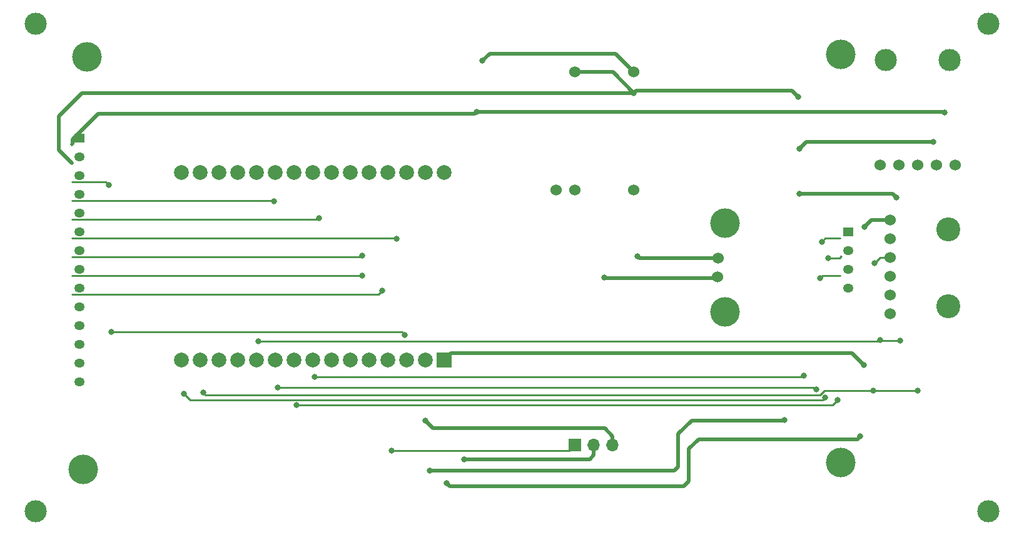
<source format=gbr>
%TF.GenerationSoftware,KiCad,Pcbnew,8.0.2*%
%TF.CreationDate,2024-10-19T21:23:19-07:00*%
%TF.ProjectId,mini_weather_monitor,6d696e69-5f77-4656-9174-6865725f6d6f,rev?*%
%TF.SameCoordinates,Original*%
%TF.FileFunction,Copper,L1,Top*%
%TF.FilePolarity,Positive*%
%FSLAX46Y46*%
G04 Gerber Fmt 4.6, Leading zero omitted, Abs format (unit mm)*
G04 Created by KiCad (PCBNEW 8.0.2) date 2024-10-19 21:23:19*
%MOMM*%
%LPD*%
G01*
G04 APERTURE LIST*
%TA.AperFunction,WasherPad*%
%ADD10C,3.250000*%
%TD*%
%TA.AperFunction,ComponentPad*%
%ADD11C,1.524000*%
%TD*%
%TA.AperFunction,WasherPad*%
%ADD12C,3.000000*%
%TD*%
%TA.AperFunction,WasherPad*%
%ADD13C,4.000000*%
%TD*%
%TA.AperFunction,ComponentPad*%
%ADD14R,1.400000X1.200000*%
%TD*%
%TA.AperFunction,ComponentPad*%
%ADD15O,1.400000X1.200000*%
%TD*%
%TA.AperFunction,ComponentPad*%
%ADD16R,2.000000X2.000000*%
%TD*%
%TA.AperFunction,ComponentPad*%
%ADD17C,2.000000*%
%TD*%
%TA.AperFunction,ComponentPad*%
%ADD18R,1.700000X1.700000*%
%TD*%
%TA.AperFunction,ComponentPad*%
%ADD19O,1.700000X1.700000*%
%TD*%
%TA.AperFunction,ViaPad*%
%ADD20C,0.800000*%
%TD*%
%TA.AperFunction,Conductor*%
%ADD21C,0.508000*%
%TD*%
%TA.AperFunction,Conductor*%
%ADD22C,0.250000*%
%TD*%
%TA.AperFunction,Conductor*%
%ADD23C,0.500000*%
%TD*%
G04 APERTURE END LIST*
D10*
%TO.P,U2_BME280,*%
%TO.N,*%
X192571000Y-94824000D03*
X192571000Y-105238000D03*
D11*
%TO.P,U2_BME280,1,VCC*%
%TO.N,+3V3*%
X184697000Y-93554000D03*
%TO.P,U2_BME280,2,GND*%
%TO.N,GND*%
X184697000Y-96094000D03*
%TO.P,U2_BME280,3,SCL*%
%TO.N,Net-(U2_BME280-SCL)*%
X184697000Y-98634000D03*
%TO.P,U2_BME280,4,SDA*%
%TO.N,Net-(U2_BME280-SDA)*%
X184697000Y-101174000D03*
%TO.P,U2_BME280,5,CSB*%
%TO.N,unconnected-(U2_BME280-CSB-Pad5)*%
X184697000Y-103714000D03*
%TO.P,U2_BME280,6,SDO*%
%TO.N,unconnected-(U2_BME280-SDO-Pad6)*%
X184697000Y-106254000D03*
%TD*%
D12*
%TO.P,H1,*%
%TO.N,*%
X69000000Y-67000000D03*
%TD*%
%TO.P,H2,*%
%TO.N,*%
X198000000Y-67000000D03*
%TD*%
%TO.P,H4,*%
%TO.N,*%
X198000000Y-133000000D03*
%TD*%
%TO.P,U3_BH1750,*%
%TO.N,*%
X184102000Y-71851000D03*
X192738000Y-71851000D03*
D11*
%TO.P,U3_BH1750,1,ADDR*%
%TO.N,unconnected-(U3_BH1750-ADDR-Pad1)*%
X183340000Y-86075000D03*
%TO.P,U3_BH1750,2,SDA*%
%TO.N,Net-(U2_BME280-SDA)*%
X185880000Y-86075000D03*
%TO.P,U3_BH1750,3,SCL*%
%TO.N,Net-(U2_BME280-SCL)*%
X188420000Y-86075000D03*
%TO.P,U3_BH1750,4,GND*%
%TO.N,GND*%
X190960000Y-86075000D03*
%TO.P,U3_BH1750,5,VCC*%
%TO.N,VCC*%
X193500000Y-86075000D03*
%TD*%
D13*
%TO.P,U2,*%
%TO.N,*%
X75485000Y-127295000D03*
X75975000Y-71495000D03*
X178015000Y-71075000D03*
X178015000Y-126395000D03*
D14*
%TO.P,U2,1,VCC*%
%TO.N,VCC*%
X74975000Y-82435000D03*
D15*
%TO.P,U2,2,GND*%
%TO.N,GND*%
X74975000Y-84975000D03*
%TO.P,U2,3,CS*%
%TO.N,Net-(U2-CS)*%
X74975000Y-87515000D03*
%TO.P,U2,4,RESET*%
%TO.N,Net-(U2-RESET)*%
X74975000Y-90055000D03*
%TO.P,U2,5,DC/RS*%
%TO.N,Net-(U2-DC{slash}RS)*%
X74975000Y-92595000D03*
%TO.P,U2,6,SDI_(MOSI)*%
%TO.N,Net-(U2-SDI_(MOSI))*%
X74975000Y-95135000D03*
%TO.P,U2,7,SCK*%
%TO.N,Net-(U2-SCK)*%
X74975000Y-97675000D03*
%TO.P,U2,8,LED*%
%TO.N,Net-(U2-LED)*%
X74975000Y-100215000D03*
%TO.P,U2,9,SDO(MISO)*%
%TO.N,Net-(U2-SDO(MISO))*%
X74975000Y-102755000D03*
%TO.P,U2,10,T_CLK*%
%TO.N,unconnected-(U2-T_CLK-Pad10)*%
X74975000Y-105295000D03*
%TO.P,U2,11,T_CS*%
%TO.N,unconnected-(U2-T_CS-Pad11)*%
X74975000Y-107835000D03*
%TO.P,U2,12,T_DIN*%
%TO.N,unconnected-(U2-T_DIN-Pad12)*%
X74975000Y-110375000D03*
%TO.P,U2,13,T_DO*%
%TO.N,unconnected-(U2-T_DO-Pad13)*%
X74975000Y-112915000D03*
%TO.P,U2,14,T_IRQ*%
%TO.N,unconnected-(U2-T_IRQ-Pad14)*%
X74975000Y-115455000D03*
D14*
%TO.P,U2,15,SD_CS*%
%TO.N,Net-(U2-SD_CS)*%
X179015000Y-95135000D03*
D15*
%TO.P,U2,16,SD_MOSI*%
%TO.N,Net-(U2-SD_MOSI)*%
X179015000Y-97675000D03*
%TO.P,U2,17,SD_MISO*%
%TO.N,Net-(U2-SD_MISO)*%
X179015000Y-100215000D03*
%TO.P,U2,18,SD_SCK*%
%TO.N,Net-(U2-SD_SCK)*%
X179015000Y-102755000D03*
%TD*%
D12*
%TO.P,H3,*%
%TO.N,*%
X69000000Y-133000000D03*
%TD*%
D11*
%TO.P,5V_buck_boost1,1,VOUT-*%
%TO.N,GND*%
X142000000Y-73500000D03*
%TO.P,5V_buck_boost1,2,VOUT+*%
%TO.N,VCC*%
X150000000Y-73500000D03*
%TO.P,5V_buck_boost1,3,EN*%
%TO.N,VCC_PRE*%
X139460000Y-89500000D03*
%TO.P,5V_buck_boost1,4,VIN+*%
X142000000Y-89500000D03*
%TO.P,5V_buck_boost1,5,VIN-*%
%TO.N,GND*%
X150000000Y-89500000D03*
%TD*%
D16*
%TO.P,U_ESP32_DEVKIT_V1,1,3V3*%
%TO.N,+3V3*%
X124315000Y-112500000D03*
D17*
%TO.P,U_ESP32_DEVKIT_V1,2,GND*%
%TO.N,GND*%
X121775000Y-112500000D03*
%TO.P,U_ESP32_DEVKIT_V1,3,D15*%
%TO.N,Net-(U2-CS)*%
X119235000Y-112500000D03*
%TO.P,U_ESP32_DEVKIT_V1,4,D2*%
%TO.N,Net-(J1-Pin_1)*%
X116695000Y-112500000D03*
%TO.P,U_ESP32_DEVKIT_V1,5,D4*%
%TO.N,Net-(U2-LED)*%
X114155000Y-112500000D03*
%TO.P,U_ESP32_DEVKIT_V1,6,RX2*%
%TO.N,unconnected-(U_ESP32_DEVKIT_V1-RX2-Pad6)*%
X111615000Y-112500000D03*
%TO.P,U_ESP32_DEVKIT_V1,7,TX2*%
%TO.N,unconnected-(U_ESP32_DEVKIT_V1-TX2-Pad7)*%
X109075000Y-112500000D03*
%TO.P,U_ESP32_DEVKIT_V1,8,D5*%
%TO.N,Net-(U2-SD_CS)*%
X106535000Y-112500000D03*
%TO.P,U_ESP32_DEVKIT_V1,9,D18*%
%TO.N,Net-(U2-SD_SCK)*%
X103995000Y-112500000D03*
%TO.P,U_ESP32_DEVKIT_V1,10,D19*%
%TO.N,Net-(U2-SD_MISO)*%
X101455000Y-112500000D03*
%TO.P,U_ESP32_DEVKIT_V1,11,D21*%
%TO.N,Net-(U2_BME280-SDA)*%
X98915000Y-112500000D03*
%TO.P,U_ESP32_DEVKIT_V1,12,RX0*%
%TO.N,unconnected-(U_ESP32_DEVKIT_V1-RX0-Pad12)*%
X96375000Y-112500000D03*
%TO.P,U_ESP32_DEVKIT_V1,13,TX0*%
%TO.N,unconnected-(U_ESP32_DEVKIT_V1-TX0-Pad13)*%
X93835000Y-112500000D03*
%TO.P,U_ESP32_DEVKIT_V1,14,D22*%
%TO.N,Net-(U2_BME280-SCL)*%
X91295000Y-112500000D03*
%TO.P,U_ESP32_DEVKIT_V1,15,D23*%
%TO.N,Net-(U2-SD_MOSI)*%
X88755000Y-112500000D03*
%TO.P,U_ESP32_DEVKIT_V1,16,EN*%
%TO.N,unconnected-(U_ESP32_DEVKIT_V1-EN-Pad16)*%
X88755000Y-87100000D03*
%TO.P,U_ESP32_DEVKIT_V1,17,VP*%
%TO.N,unconnected-(U_ESP32_DEVKIT_V1-VP-Pad17)*%
X91295000Y-87100000D03*
%TO.P,U_ESP32_DEVKIT_V1,18,VN*%
%TO.N,unconnected-(U_ESP32_DEVKIT_V1-VN-Pad18)*%
X93835000Y-87100000D03*
%TO.P,U_ESP32_DEVKIT_V1,19,D34*%
%TO.N,unconnected-(U_ESP32_DEVKIT_V1-D34-Pad19)*%
X96375000Y-87100000D03*
%TO.P,U_ESP32_DEVKIT_V1,20,D35*%
%TO.N,unconnected-(U_ESP32_DEVKIT_V1-D35-Pad20)*%
X98915000Y-87100000D03*
%TO.P,U_ESP32_DEVKIT_V1,21,D32*%
%TO.N,Net-(U2-RESET)*%
X101455000Y-87100000D03*
%TO.P,U_ESP32_DEVKIT_V1,22,D33*%
%TO.N,unconnected-(U_ESP32_DEVKIT_V1-D33-Pad22)*%
X103995000Y-87100000D03*
%TO.P,U_ESP32_DEVKIT_V1,23,D25*%
%TO.N,unconnected-(U_ESP32_DEVKIT_V1-D25-Pad23)*%
X106535000Y-87100000D03*
%TO.P,U_ESP32_DEVKIT_V1,24,D26*%
%TO.N,Net-(U2-DC{slash}RS)*%
X109075000Y-87100000D03*
%TO.P,U_ESP32_DEVKIT_V1,25,D27*%
%TO.N,unconnected-(U_ESP32_DEVKIT_V1-D27-Pad25)*%
X111615000Y-87100000D03*
%TO.P,U_ESP32_DEVKIT_V1,26,D14*%
%TO.N,Net-(U2-SCK)*%
X114155000Y-87100000D03*
%TO.P,U_ESP32_DEVKIT_V1,27,D12*%
%TO.N,Net-(U2-SDO(MISO))*%
X116695000Y-87100000D03*
%TO.P,U_ESP32_DEVKIT_V1,28,D13*%
%TO.N,Net-(U2-SDI_(MOSI))*%
X119235000Y-87100000D03*
%TO.P,U_ESP32_DEVKIT_V1,29,GND*%
%TO.N,GND*%
X121775000Y-87100000D03*
%TO.P,U_ESP32_DEVKIT_V1,30,VIN*%
%TO.N,VCC*%
X124315000Y-87100000D03*
%TD*%
D18*
%TO.P,J1,1,Pin_1*%
%TO.N,Net-(J1-Pin_1)*%
X142040000Y-124020000D03*
D19*
%TO.P,J1,2,Pin_2*%
%TO.N,VCC*%
X144580000Y-124020000D03*
%TO.P,J1,3,Pin_3*%
%TO.N,GND*%
X147120000Y-124020000D03*
%TD*%
D13*
%TO.P,USB_C_Input1,*%
%TO.N,*%
X162350000Y-106000000D03*
X162350000Y-94000000D03*
D11*
%TO.P,USB_C_Input1,1,VIN+*%
%TO.N,VCC_PRE*%
X161350000Y-101270000D03*
%TO.P,USB_C_Input1,2,VIN-*%
%TO.N,GND*%
X161360000Y-98730000D03*
%TD*%
D20*
%TO.N,VCC_PRE*%
X145975000Y-101375000D03*
%TO.N,VCC*%
X128725000Y-78875000D03*
X192075000Y-79000000D03*
X127000000Y-126000000D03*
X129500000Y-72000000D03*
%TO.N,Net-(J1-Pin_1)*%
X117175000Y-124800000D03*
%TO.N,Net-(U2-DC{slash}RS)*%
X107400000Y-93300000D03*
%TO.N,Net-(U2-SD_MOSI)*%
X89075000Y-117050000D03*
X176300000Y-98700000D03*
X175850000Y-117625500D03*
%TO.N,Net-(U2-SCK)*%
X113200000Y-98400000D03*
%TO.N,Net-(U2-RESET)*%
X101300000Y-91000000D03*
%TO.N,Net-(U2-SD_CS)*%
X173000000Y-114650500D03*
X175425000Y-96475000D03*
X106800000Y-114775500D03*
%TO.N,Net-(U2-SD_SCK)*%
X177575000Y-117925000D03*
X104300000Y-118650000D03*
%TO.N,GND*%
X150500000Y-98500000D03*
X121775000Y-120725000D03*
X122350000Y-127525000D03*
X185500000Y-90500000D03*
X170391130Y-120624500D03*
X150000000Y-76335000D03*
X172400000Y-90025000D03*
X172275000Y-76850000D03*
X190500000Y-83000000D03*
X172400000Y-83900000D03*
%TO.N,+3V3*%
X180625000Y-122875000D03*
X181100000Y-113200000D03*
X181200000Y-94500000D03*
X124625000Y-129225000D03*
%TO.N,Net-(U2-CS)*%
X118950000Y-109100000D03*
X78900000Y-88800000D03*
X79300000Y-108750000D03*
%TO.N,Net-(U2-SDO(MISO))*%
X115900000Y-103124500D03*
%TO.N,Net-(U2-SDI_(MOSI))*%
X117900000Y-96100000D03*
%TO.N,Net-(U2-SD_MISO)*%
X101800000Y-116225000D03*
X174720180Y-116500500D03*
X175175502Y-101460741D03*
%TO.N,Net-(U2-LED)*%
X113200000Y-101100000D03*
%TO.N,Net-(U2_BME280-SCL)*%
X188400000Y-116700000D03*
X182400000Y-116700000D03*
X91675000Y-116900000D03*
X182599016Y-99399016D03*
%TO.N,Net-(U2_BME280-SDA)*%
X183300000Y-109800000D03*
X186000000Y-109900000D03*
X99200000Y-110000000D03*
%TD*%
D21*
%TO.N,VCC_PRE*%
X146260000Y-101450000D02*
X161170000Y-101450000D01*
X146080000Y-101270000D02*
X146260000Y-101450000D01*
X161170000Y-101450000D02*
X161350000Y-101270000D01*
%TO.N,VCC*%
X128725000Y-78875000D02*
X128850000Y-79000000D01*
X128725000Y-78875000D02*
X128475000Y-79125000D01*
X74000000Y-82600000D02*
X74000000Y-83250000D01*
X77475000Y-79125000D02*
X74000000Y-82600000D01*
X78125000Y-79125000D02*
X77475000Y-79125000D01*
X128475000Y-79125000D02*
X78125000Y-79125000D01*
%TO.N,GND*%
X147165000Y-73500000D02*
X150000000Y-76335000D01*
X142000000Y-73500000D02*
X147165000Y-73500000D01*
%TO.N,VCC*%
X144580000Y-125420000D02*
X144580000Y-124020000D01*
X148125000Y-78875000D02*
X128725000Y-78875000D01*
X158311500Y-78875000D02*
X148125000Y-78875000D01*
X127000000Y-126000000D02*
X144000000Y-126000000D01*
X147500000Y-71000000D02*
X150000000Y-73500000D01*
X129500000Y-72000000D02*
X130500000Y-71000000D01*
X73900000Y-83290000D02*
X73910000Y-83300000D01*
X130500000Y-71000000D02*
X147500000Y-71000000D01*
X168611500Y-78875000D02*
X191950000Y-78875000D01*
X158311500Y-78875000D02*
X168611500Y-78875000D01*
X144000000Y-126000000D02*
X144580000Y-125420000D01*
X191950000Y-78875000D02*
X192075000Y-79000000D01*
D22*
%TO.N,Net-(J1-Pin_1)*%
X142040000Y-124020000D02*
X141285000Y-124775000D01*
X117200000Y-124775000D02*
X117175000Y-124800000D01*
X141285000Y-124775000D02*
X117200000Y-124775000D01*
%TO.N,Net-(U2-DC{slash}RS)*%
X107250000Y-93450000D02*
X107400000Y-93300000D01*
X73900000Y-93450000D02*
X107250000Y-93450000D01*
%TO.N,Net-(U2-SD_MOSI)*%
X175575011Y-117900489D02*
X89925489Y-117900489D01*
X89925489Y-117900489D02*
X89075000Y-117050000D01*
X178040000Y-98490000D02*
X177980000Y-98490000D01*
X175850000Y-117625500D02*
X175575011Y-117900489D01*
X176300000Y-98700000D02*
X177830000Y-98700000D01*
X177830000Y-98700000D02*
X178040000Y-98490000D01*
X177980000Y-98490000D02*
X177940000Y-98530000D01*
%TO.N,Net-(U2-SCK)*%
X73900000Y-98530000D02*
X113070000Y-98530000D01*
X113070000Y-98530000D02*
X113200000Y-98400000D01*
%TO.N,Net-(U2-RESET)*%
X73900000Y-90910000D02*
X101210000Y-90910000D01*
X101210000Y-90910000D02*
X101300000Y-91000000D01*
%TO.N,Net-(U2-SD_CS)*%
X175910000Y-95990000D02*
X175425000Y-96475000D01*
X172825500Y-114825000D02*
X106849500Y-114825000D01*
X173000000Y-114650500D02*
X172825500Y-114825000D01*
X106849500Y-114825000D02*
X106800000Y-114775500D01*
X177940000Y-95990000D02*
X175910000Y-95990000D01*
%TO.N,Net-(U2-SD_SCK)*%
X104300000Y-118650000D02*
X176850000Y-118650000D01*
X176850000Y-118650000D02*
X177575000Y-117925000D01*
D21*
%TO.N,GND*%
X122825000Y-121775000D02*
X121800000Y-120750000D01*
X172400000Y-90025000D02*
X185025000Y-90025000D01*
X170320630Y-120695000D02*
X157805000Y-120695000D01*
X150000000Y-76335000D02*
X150335000Y-76000000D01*
X157805000Y-120695000D02*
X156000000Y-122500000D01*
X150000000Y-89650000D02*
X149850000Y-89500000D01*
X185025000Y-90025000D02*
X185500000Y-90500000D01*
X173300000Y-83000000D02*
X172400000Y-83900000D01*
X150335000Y-76000000D02*
X171425000Y-76000000D01*
X190500000Y-83000000D02*
X173300000Y-83000000D01*
X150500000Y-98500000D02*
X150730000Y-98730000D01*
X156000000Y-127000000D02*
X155475000Y-127525000D01*
X72150000Y-79500000D02*
X72150000Y-84080000D01*
X142000000Y-76375000D02*
X75275000Y-76375000D01*
X150730000Y-98730000D02*
X161360000Y-98730000D01*
X155475000Y-127525000D02*
X122350000Y-127525000D01*
X146075000Y-121775000D02*
X122825000Y-121775000D01*
X149960000Y-76375000D02*
X142000000Y-76375000D01*
X171425000Y-76000000D02*
X172275000Y-76850000D01*
X147120000Y-124020000D02*
X147120000Y-122820000D01*
X147120000Y-122820000D02*
X146075000Y-121775000D01*
X72150000Y-84080000D02*
X73900000Y-85830000D01*
X156000000Y-122500000D02*
X156000000Y-127000000D01*
X150000000Y-76335000D02*
X149960000Y-76375000D01*
X75275000Y-76375000D02*
X72150000Y-79500000D01*
X170391130Y-120624500D02*
X170320630Y-120695000D01*
%TO.N,+3V3*%
X125215000Y-111600000D02*
X179500000Y-111600000D01*
X182146000Y-93554000D02*
X181200000Y-94500000D01*
X184697000Y-93554000D02*
X182146000Y-93554000D01*
X179500000Y-111600000D02*
X181100000Y-113200000D01*
X180265000Y-123235000D02*
X180625000Y-122875000D01*
X157425000Y-128950000D02*
X157425000Y-124575000D01*
X124315000Y-112500000D02*
X125215000Y-111600000D01*
X157425000Y-124575000D02*
X158765000Y-123235000D01*
X125050000Y-129650000D02*
X156725000Y-129650000D01*
X158765000Y-123235000D02*
X180265000Y-123235000D01*
X156725000Y-129650000D02*
X157425000Y-128950000D01*
X124625000Y-129225000D02*
X125050000Y-129650000D01*
D22*
%TO.N,Net-(U2-CS)*%
X79300000Y-108750000D02*
X118600000Y-108750000D01*
X73900000Y-88370000D02*
X78470000Y-88370000D01*
X78470000Y-88370000D02*
X78900000Y-88800000D01*
X118600000Y-108750000D02*
X118950000Y-109100000D01*
%TO.N,Net-(U2-SDO(MISO))*%
X115414500Y-103610000D02*
X115900000Y-103124500D01*
X73900000Y-103610000D02*
X115414500Y-103610000D01*
%TO.N,Net-(U2-SDI_(MOSI))*%
X73900000Y-95990000D02*
X117790000Y-95990000D01*
X117790000Y-95990000D02*
X117900000Y-96100000D01*
%TO.N,Net-(U2-SD_MISO)*%
X177940000Y-101070000D02*
X175566243Y-101070000D01*
X174494680Y-116275000D02*
X174720180Y-116500500D01*
X101800000Y-116225000D02*
X101850000Y-116275000D01*
X101850000Y-116275000D02*
X174494680Y-116275000D01*
X175566243Y-101070000D02*
X175175502Y-101460741D01*
%TO.N,Net-(U2-LED)*%
X73900000Y-101070000D02*
X113170000Y-101070000D01*
X113170000Y-101070000D02*
X113200000Y-101100000D01*
%TO.N,Net-(U2_BME280-SCL)*%
X182400000Y-116700000D02*
X175750900Y-116700000D01*
X92000000Y-117225000D02*
X91675000Y-116900000D01*
X184697000Y-98634000D02*
X183364032Y-98634000D01*
X175750900Y-116700000D02*
X175225900Y-117225000D01*
X183364032Y-98634000D02*
X182599016Y-99399016D01*
X188400000Y-116700000D02*
X182400000Y-116700000D01*
X175225900Y-117225000D02*
X92000000Y-117225000D01*
%TO.N,Net-(U2_BME280-SDA)*%
X186000000Y-109900000D02*
X183400000Y-109900000D01*
X165800000Y-110000000D02*
X183100000Y-110000000D01*
X183400000Y-109900000D02*
X183300000Y-109800000D01*
X183100000Y-110000000D02*
X183300000Y-109800000D01*
X165800000Y-110000000D02*
X99200000Y-110000000D01*
D23*
%TO.N,VCC_PRE*%
X161120000Y-101500000D02*
X161350000Y-101270000D01*
%TD*%
M02*

</source>
